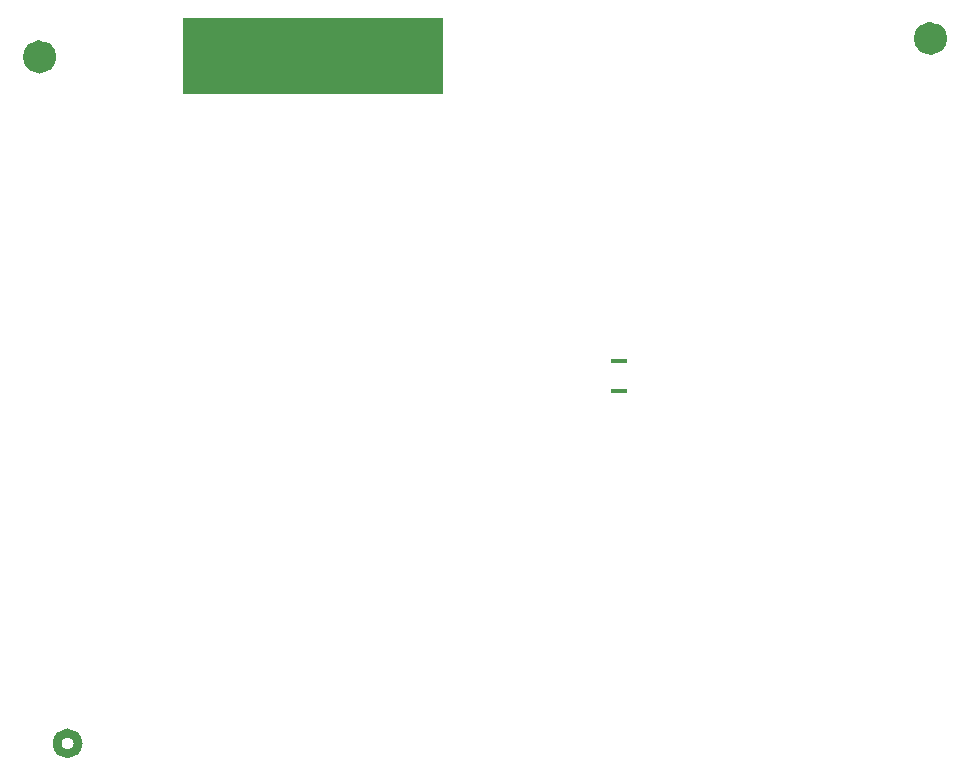
<source format=gko>
G04*
G04 #@! TF.GenerationSoftware,Altium Limited,Altium Designer,24.1.2 (44)*
G04*
G04 Layer_Color=16711935*
%FSLAX44Y44*%
%MOMM*%
G71*
G04*
G04 #@! TF.SameCoordinates,E849002E-D005-4F9B-B670-832AB9F5597C*
G04*
G04*
G04 #@! TF.FilePolarity,Positive*
G04*
G01*
G75*
%ADD145C,1.3970*%
%ADD146C,0.7620*%
%ADD147R,22.0000X6.5000*%
%ADD148R,1.4100X0.4300*%
D145*
X52230Y603645D02*
G03*
X52230Y603645I-6985J0D01*
G01*
X806562Y619310D02*
G03*
X806562Y619310I-6985J0D01*
G01*
D146*
X77761Y22296D02*
G03*
X77761Y22296I-8890J0D01*
G01*
D147*
X277023Y604175D02*
D03*
D148*
X535845Y346548D02*
D03*
Y320748D02*
D03*
M02*

</source>
